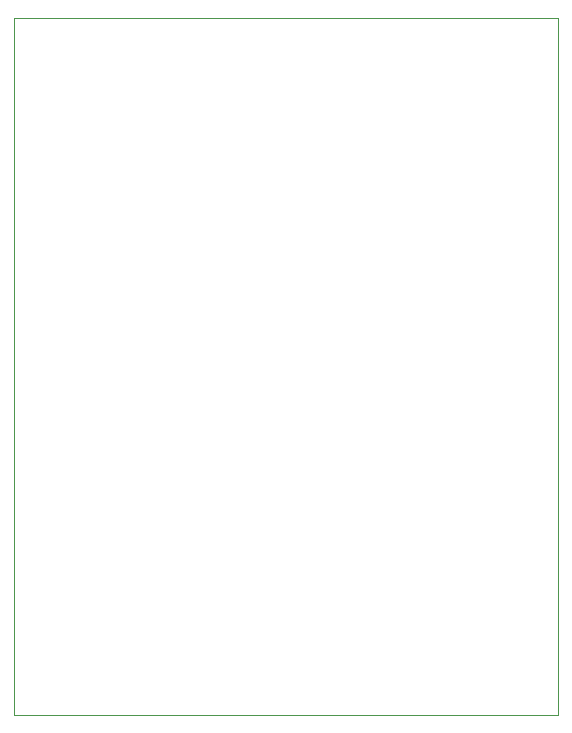
<source format=gbr>
%TF.GenerationSoftware,KiCad,Pcbnew,7.0.2-0*%
%TF.CreationDate,2025-01-08T13:43:56-05:00*%
%TF.ProjectId,plaqchek_potentiostat,706c6171-6368-4656-9b5f-706f74656e74,rev?*%
%TF.SameCoordinates,Original*%
%TF.FileFunction,Profile,NP*%
%FSLAX46Y46*%
G04 Gerber Fmt 4.6, Leading zero omitted, Abs format (unit mm)*
G04 Created by KiCad (PCBNEW 7.0.2-0) date 2025-01-08 13:43:56*
%MOMM*%
%LPD*%
G01*
G04 APERTURE LIST*
%TA.AperFunction,Profile*%
%ADD10C,0.100000*%
%TD*%
G04 APERTURE END LIST*
D10*
X144000000Y-87000000D02*
X190000000Y-87000000D01*
X190000000Y-146000000D01*
X144000000Y-146000000D01*
X144000000Y-87000000D01*
M02*

</source>
